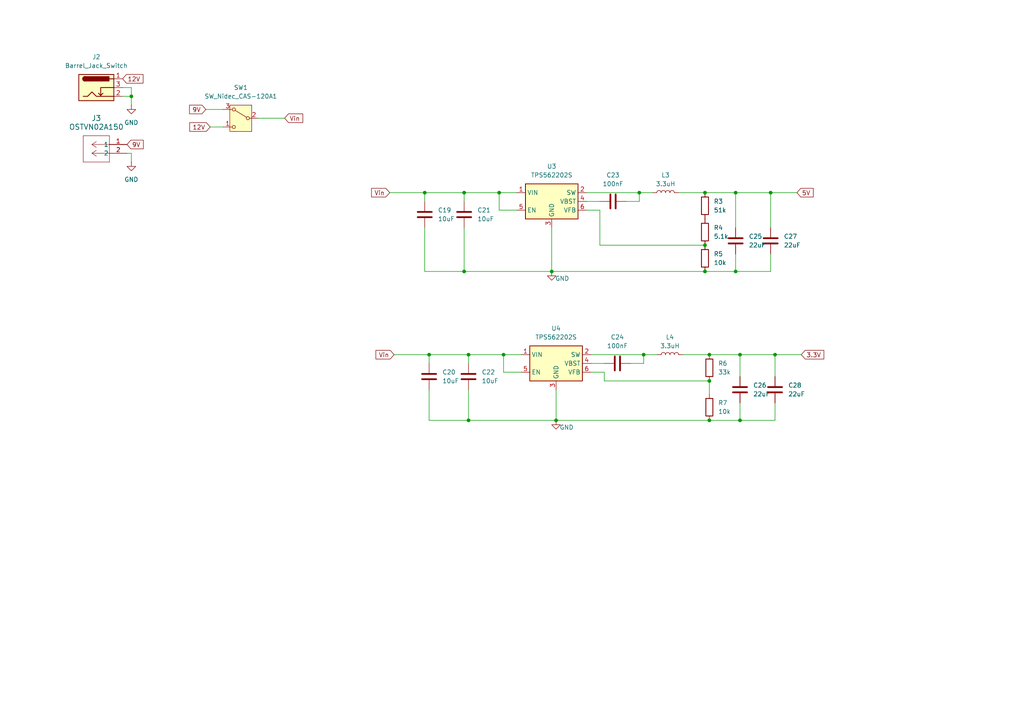
<source format=kicad_sch>
(kicad_sch
	(version 20231120)
	(generator "eeschema")
	(generator_version "8.0")
	(uuid "efbbd411-5747-4e75-b0c2-2f8333e8e1c9")
	(paper "A4")
	(lib_symbols
		(symbol "Connector:Barrel_Jack_Switch"
			(pin_names hide)
			(exclude_from_sim no)
			(in_bom yes)
			(on_board yes)
			(property "Reference" "J"
				(at 0 5.334 0)
				(effects
					(font
						(size 1.27 1.27)
					)
				)
			)
			(property "Value" "Barrel_Jack_Switch"
				(at 0 -5.08 0)
				(effects
					(font
						(size 1.27 1.27)
					)
				)
			)
			(property "Footprint" ""
				(at 1.27 -1.016 0)
				(effects
					(font
						(size 1.27 1.27)
					)
					(hide yes)
				)
			)
			(property "Datasheet" "~"
				(at 1.27 -1.016 0)
				(effects
					(font
						(size 1.27 1.27)
					)
					(hide yes)
				)
			)
			(property "Description" "DC Barrel Jack with an internal switch"
				(at 0 0 0)
				(effects
					(font
						(size 1.27 1.27)
					)
					(hide yes)
				)
			)
			(property "ki_keywords" "DC power barrel jack connector"
				(at 0 0 0)
				(effects
					(font
						(size 1.27 1.27)
					)
					(hide yes)
				)
			)
			(property "ki_fp_filters" "BarrelJack*"
				(at 0 0 0)
				(effects
					(font
						(size 1.27 1.27)
					)
					(hide yes)
				)
			)
			(symbol "Barrel_Jack_Switch_0_1"
				(rectangle
					(start -5.08 3.81)
					(end 5.08 -3.81)
					(stroke
						(width 0.254)
						(type default)
					)
					(fill
						(type background)
					)
				)
				(arc
					(start -3.302 3.175)
					(mid -3.9343 2.54)
					(end -3.302 1.905)
					(stroke
						(width 0.254)
						(type default)
					)
					(fill
						(type none)
					)
				)
				(arc
					(start -3.302 3.175)
					(mid -3.9343 2.54)
					(end -3.302 1.905)
					(stroke
						(width 0.254)
						(type default)
					)
					(fill
						(type outline)
					)
				)
				(polyline
					(pts
						(xy 1.27 -2.286) (xy 1.905 -1.651)
					)
					(stroke
						(width 0.254)
						(type default)
					)
					(fill
						(type none)
					)
				)
				(polyline
					(pts
						(xy 5.08 2.54) (xy 3.81 2.54)
					)
					(stroke
						(width 0.254)
						(type default)
					)
					(fill
						(type none)
					)
				)
				(polyline
					(pts
						(xy 5.08 0) (xy 1.27 0) (xy 1.27 -2.286) (xy 0.635 -1.651)
					)
					(stroke
						(width 0.254)
						(type default)
					)
					(fill
						(type none)
					)
				)
				(polyline
					(pts
						(xy -3.81 -2.54) (xy -2.54 -2.54) (xy -1.27 -1.27) (xy 0 -2.54) (xy 2.54 -2.54) (xy 5.08 -2.54)
					)
					(stroke
						(width 0.254)
						(type default)
					)
					(fill
						(type none)
					)
				)
				(rectangle
					(start 3.683 3.175)
					(end -3.302 1.905)
					(stroke
						(width 0.254)
						(type default)
					)
					(fill
						(type outline)
					)
				)
			)
			(symbol "Barrel_Jack_Switch_1_1"
				(pin passive line
					(at 7.62 2.54 180)
					(length 2.54)
					(name "~"
						(effects
							(font
								(size 1.27 1.27)
							)
						)
					)
					(number "1"
						(effects
							(font
								(size 1.27 1.27)
							)
						)
					)
				)
				(pin passive line
					(at 7.62 -2.54 180)
					(length 2.54)
					(name "~"
						(effects
							(font
								(size 1.27 1.27)
							)
						)
					)
					(number "2"
						(effects
							(font
								(size 1.27 1.27)
							)
						)
					)
				)
				(pin passive line
					(at 7.62 0 180)
					(length 2.54)
					(name "~"
						(effects
							(font
								(size 1.27 1.27)
							)
						)
					)
					(number "3"
						(effects
							(font
								(size 1.27 1.27)
							)
						)
					)
				)
			)
		)
		(symbol "Device:C"
			(pin_numbers hide)
			(pin_names
				(offset 0.254)
			)
			(exclude_from_sim no)
			(in_bom yes)
			(on_board yes)
			(property "Reference" "C"
				(at 0.635 2.54 0)
				(effects
					(font
						(size 1.27 1.27)
					)
					(justify left)
				)
			)
			(property "Value" "C"
				(at 0.635 -2.54 0)
				(effects
					(font
						(size 1.27 1.27)
					)
					(justify left)
				)
			)
			(property "Footprint" ""
				(at 0.9652 -3.81 0)
				(effects
					(font
						(size 1.27 1.27)
					)
					(hide yes)
				)
			)
			(property "Datasheet" "~"
				(at 0 0 0)
				(effects
					(font
						(size 1.27 1.27)
					)
					(hide yes)
				)
			)
			(property "Description" "Unpolarized capacitor"
				(at 0 0 0)
				(effects
					(font
						(size 1.27 1.27)
					)
					(hide yes)
				)
			)
			(property "ki_keywords" "cap capacitor"
				(at 0 0 0)
				(effects
					(font
						(size 1.27 1.27)
					)
					(hide yes)
				)
			)
			(property "ki_fp_filters" "C_*"
				(at 0 0 0)
				(effects
					(font
						(size 1.27 1.27)
					)
					(hide yes)
				)
			)
			(symbol "C_0_1"
				(polyline
					(pts
						(xy -2.032 -0.762) (xy 2.032 -0.762)
					)
					(stroke
						(width 0.508)
						(type default)
					)
					(fill
						(type none)
					)
				)
				(polyline
					(pts
						(xy -2.032 0.762) (xy 2.032 0.762)
					)
					(stroke
						(width 0.508)
						(type default)
					)
					(fill
						(type none)
					)
				)
			)
			(symbol "C_1_1"
				(pin passive line
					(at 0 3.81 270)
					(length 2.794)
					(name "~"
						(effects
							(font
								(size 1.27 1.27)
							)
						)
					)
					(number "1"
						(effects
							(font
								(size 1.27 1.27)
							)
						)
					)
				)
				(pin passive line
					(at 0 -3.81 90)
					(length 2.794)
					(name "~"
						(effects
							(font
								(size 1.27 1.27)
							)
						)
					)
					(number "2"
						(effects
							(font
								(size 1.27 1.27)
							)
						)
					)
				)
			)
		)
		(symbol "Device:L"
			(pin_numbers hide)
			(pin_names
				(offset 1.016) hide)
			(exclude_from_sim no)
			(in_bom yes)
			(on_board yes)
			(property "Reference" "L"
				(at -1.27 0 90)
				(effects
					(font
						(size 1.27 1.27)
					)
				)
			)
			(property "Value" "L"
				(at 1.905 0 90)
				(effects
					(font
						(size 1.27 1.27)
					)
				)
			)
			(property "Footprint" ""
				(at 0 0 0)
				(effects
					(font
						(size 1.27 1.27)
					)
					(hide yes)
				)
			)
			(property "Datasheet" "~"
				(at 0 0 0)
				(effects
					(font
						(size 1.27 1.27)
					)
					(hide yes)
				)
			)
			(property "Description" "Inductor"
				(at 0 0 0)
				(effects
					(font
						(size 1.27 1.27)
					)
					(hide yes)
				)
			)
			(property "ki_keywords" "inductor choke coil reactor magnetic"
				(at 0 0 0)
				(effects
					(font
						(size 1.27 1.27)
					)
					(hide yes)
				)
			)
			(property "ki_fp_filters" "Choke_* *Coil* Inductor_* L_*"
				(at 0 0 0)
				(effects
					(font
						(size 1.27 1.27)
					)
					(hide yes)
				)
			)
			(symbol "L_0_1"
				(arc
					(start 0 -2.54)
					(mid 0.6323 -1.905)
					(end 0 -1.27)
					(stroke
						(width 0)
						(type default)
					)
					(fill
						(type none)
					)
				)
				(arc
					(start 0 -1.27)
					(mid 0.6323 -0.635)
					(end 0 0)
					(stroke
						(width 0)
						(type default)
					)
					(fill
						(type none)
					)
				)
				(arc
					(start 0 0)
					(mid 0.6323 0.635)
					(end 0 1.27)
					(stroke
						(width 0)
						(type default)
					)
					(fill
						(type none)
					)
				)
				(arc
					(start 0 1.27)
					(mid 0.6323 1.905)
					(end 0 2.54)
					(stroke
						(width 0)
						(type default)
					)
					(fill
						(type none)
					)
				)
			)
			(symbol "L_1_1"
				(pin passive line
					(at 0 3.81 270)
					(length 1.27)
					(name "1"
						(effects
							(font
								(size 1.27 1.27)
							)
						)
					)
					(number "1"
						(effects
							(font
								(size 1.27 1.27)
							)
						)
					)
				)
				(pin passive line
					(at 0 -3.81 90)
					(length 1.27)
					(name "2"
						(effects
							(font
								(size 1.27 1.27)
							)
						)
					)
					(number "2"
						(effects
							(font
								(size 1.27 1.27)
							)
						)
					)
				)
			)
		)
		(symbol "Device:R"
			(pin_numbers hide)
			(pin_names
				(offset 0)
			)
			(exclude_from_sim no)
			(in_bom yes)
			(on_board yes)
			(property "Reference" "R"
				(at 2.032 0 90)
				(effects
					(font
						(size 1.27 1.27)
					)
				)
			)
			(property "Value" "R"
				(at 0 0 90)
				(effects
					(font
						(size 1.27 1.27)
					)
				)
			)
			(property "Footprint" ""
				(at -1.778 0 90)
				(effects
					(font
						(size 1.27 1.27)
					)
					(hide yes)
				)
			)
			(property "Datasheet" "~"
				(at 0 0 0)
				(effects
					(font
						(size 1.27 1.27)
					)
					(hide yes)
				)
			)
			(property "Description" "Resistor"
				(at 0 0 0)
				(effects
					(font
						(size 1.27 1.27)
					)
					(hide yes)
				)
			)
			(property "ki_keywords" "R res resistor"
				(at 0 0 0)
				(effects
					(font
						(size 1.27 1.27)
					)
					(hide yes)
				)
			)
			(property "ki_fp_filters" "R_*"
				(at 0 0 0)
				(effects
					(font
						(size 1.27 1.27)
					)
					(hide yes)
				)
			)
			(symbol "R_0_1"
				(rectangle
					(start -1.016 -2.54)
					(end 1.016 2.54)
					(stroke
						(width 0.254)
						(type default)
					)
					(fill
						(type none)
					)
				)
			)
			(symbol "R_1_1"
				(pin passive line
					(at 0 3.81 270)
					(length 1.27)
					(name "~"
						(effects
							(font
								(size 1.27 1.27)
							)
						)
					)
					(number "1"
						(effects
							(font
								(size 1.27 1.27)
							)
						)
					)
				)
				(pin passive line
					(at 0 -3.81 90)
					(length 1.27)
					(name "~"
						(effects
							(font
								(size 1.27 1.27)
							)
						)
					)
					(number "2"
						(effects
							(font
								(size 1.27 1.27)
							)
						)
					)
				)
			)
		)
		(symbol "Regulator_Switching:TPS562202S"
			(exclude_from_sim no)
			(in_bom yes)
			(on_board yes)
			(property "Reference" "U"
				(at -7.62 6.35 0)
				(effects
					(font
						(size 1.27 1.27)
					)
					(justify left)
				)
			)
			(property "Value" "TPS562202S"
				(at -2.54 6.35 0)
				(effects
					(font
						(size 1.27 1.27)
					)
					(justify left)
				)
			)
			(property "Footprint" "Package_TO_SOT_SMD:SOT-563"
				(at 1.27 -6.35 0)
				(effects
					(font
						(size 1.27 1.27)
					)
					(justify left)
					(hide yes)
				)
			)
			(property "Datasheet" "https://www.ti.com/lit/ds/symlink/tps562202s.pdf"
				(at 0 0 0)
				(effects
					(font
						(size 1.27 1.27)
					)
					(hide yes)
				)
			)
			(property "Description" "2A Synchronous Step-Down Voltage Regulator 580kHz, Adjustable Output Voltage, 4.5-17V Input Voltage, 0.804V-7V Output Voltage, SOT-563"
				(at 0 0 0)
				(effects
					(font
						(size 1.27 1.27)
					)
					(hide yes)
				)
			)
			(property "ki_keywords" "step-down dcdc buck"
				(at 0 0 0)
				(effects
					(font
						(size 1.27 1.27)
					)
					(hide yes)
				)
			)
			(property "ki_fp_filters" "SOT?563*"
				(at 0 0 0)
				(effects
					(font
						(size 1.27 1.27)
					)
					(hide yes)
				)
			)
			(symbol "TPS562202S_0_1"
				(rectangle
					(start -7.62 5.08)
					(end 7.62 -5.08)
					(stroke
						(width 0.254)
						(type default)
					)
					(fill
						(type background)
					)
				)
			)
			(symbol "TPS562202S_1_1"
				(pin power_in line
					(at -10.16 2.54 0)
					(length 2.54)
					(name "VIN"
						(effects
							(font
								(size 1.27 1.27)
							)
						)
					)
					(number "1"
						(effects
							(font
								(size 1.27 1.27)
							)
						)
					)
				)
				(pin output line
					(at 10.16 2.54 180)
					(length 2.54)
					(name "SW"
						(effects
							(font
								(size 1.27 1.27)
							)
						)
					)
					(number "2"
						(effects
							(font
								(size 1.27 1.27)
							)
						)
					)
				)
				(pin power_in line
					(at 0 -7.62 90)
					(length 2.54)
					(name "GND"
						(effects
							(font
								(size 1.27 1.27)
							)
						)
					)
					(number "3"
						(effects
							(font
								(size 1.27 1.27)
							)
						)
					)
				)
				(pin passive line
					(at 10.16 0 180)
					(length 2.54)
					(name "VBST"
						(effects
							(font
								(size 1.27 1.27)
							)
						)
					)
					(number "4"
						(effects
							(font
								(size 1.27 1.27)
							)
						)
					)
				)
				(pin input line
					(at -10.16 -2.54 0)
					(length 2.54)
					(name "EN"
						(effects
							(font
								(size 1.27 1.27)
							)
						)
					)
					(number "5"
						(effects
							(font
								(size 1.27 1.27)
							)
						)
					)
				)
				(pin input line
					(at 10.16 -2.54 180)
					(length 2.54)
					(name "VFB"
						(effects
							(font
								(size 1.27 1.27)
							)
						)
					)
					(number "6"
						(effects
							(font
								(size 1.27 1.27)
							)
						)
					)
				)
			)
		)
		(symbol "Switch:SW_Nidec_CAS-120A1"
			(pin_names
				(offset 1) hide)
			(exclude_from_sim no)
			(in_bom yes)
			(on_board yes)
			(property "Reference" "SW"
				(at 0 4.318 0)
				(effects
					(font
						(size 1.27 1.27)
					)
				)
			)
			(property "Value" "SW_Nidec_CAS-120A1"
				(at 0 -5.08 0)
				(effects
					(font
						(size 1.27 1.27)
					)
				)
			)
			(property "Footprint" "Button_Switch_SMD:Nidec_Copal_CAS-120A"
				(at 0 -10.16 0)
				(effects
					(font
						(size 1.27 1.27)
					)
					(hide yes)
				)
			)
			(property "Datasheet" "https://www.nidec-components.com/e/catalog/switch/cas.pdf"
				(at 0 -7.62 0)
				(effects
					(font
						(size 1.27 1.27)
					)
					(hide yes)
				)
			)
			(property "Description" "Switch, single pole double throw"
				(at 0 0 0)
				(effects
					(font
						(size 1.27 1.27)
					)
					(hide yes)
				)
			)
			(property "ki_keywords" "switch single-pole double-throw spdt ON-ON"
				(at 0 0 0)
				(effects
					(font
						(size 1.27 1.27)
					)
					(hide yes)
				)
			)
			(property "ki_fp_filters" "*Nidec?Copal?CAS?120A*"
				(at 0 0 0)
				(effects
					(font
						(size 1.27 1.27)
					)
					(hide yes)
				)
			)
			(symbol "SW_Nidec_CAS-120A1_0_1"
				(circle
					(center -2.032 0)
					(radius 0.4572)
					(stroke
						(width 0)
						(type default)
					)
					(fill
						(type none)
					)
				)
				(polyline
					(pts
						(xy -1.651 0.254) (xy 1.651 2.286)
					)
					(stroke
						(width 0)
						(type default)
					)
					(fill
						(type none)
					)
				)
				(circle
					(center 2.032 -2.54)
					(radius 0.4572)
					(stroke
						(width 0)
						(type default)
					)
					(fill
						(type none)
					)
				)
				(circle
					(center 2.032 2.54)
					(radius 0.4572)
					(stroke
						(width 0)
						(type default)
					)
					(fill
						(type none)
					)
				)
			)
			(symbol "SW_Nidec_CAS-120A1_1_1"
				(rectangle
					(start -3.175 3.81)
					(end 3.175 -3.81)
					(stroke
						(width 0)
						(type default)
					)
					(fill
						(type background)
					)
				)
				(pin passive line
					(at 5.08 -2.54 180)
					(length 2.54)
					(name "C"
						(effects
							(font
								(size 1.27 1.27)
							)
						)
					)
					(number "1"
						(effects
							(font
								(size 1.27 1.27)
							)
						)
					)
				)
				(pin passive line
					(at -5.08 0 0)
					(length 2.54)
					(name "B"
						(effects
							(font
								(size 1.27 1.27)
							)
						)
					)
					(number "2"
						(effects
							(font
								(size 1.27 1.27)
							)
						)
					)
				)
				(pin passive line
					(at 5.08 2.54 180)
					(length 2.54)
					(name "A"
						(effects
							(font
								(size 1.27 1.27)
							)
						)
					)
					(number "3"
						(effects
							(font
								(size 1.27 1.27)
							)
						)
					)
				)
			)
		)
		(symbol "power:GND"
			(power)
			(pin_numbers hide)
			(pin_names
				(offset 0) hide)
			(exclude_from_sim no)
			(in_bom yes)
			(on_board yes)
			(property "Reference" "#PWR"
				(at 0 -6.35 0)
				(effects
					(font
						(size 1.27 1.27)
					)
					(hide yes)
				)
			)
			(property "Value" "GND"
				(at 0 -3.81 0)
				(effects
					(font
						(size 1.27 1.27)
					)
				)
			)
			(property "Footprint" ""
				(at 0 0 0)
				(effects
					(font
						(size 1.27 1.27)
					)
					(hide yes)
				)
			)
			(property "Datasheet" ""
				(at 0 0 0)
				(effects
					(font
						(size 1.27 1.27)
					)
					(hide yes)
				)
			)
			(property "Description" "Power symbol creates a global label with name \"GND\" , ground"
				(at 0 0 0)
				(effects
					(font
						(size 1.27 1.27)
					)
					(hide yes)
				)
			)
			(property "ki_keywords" "global power"
				(at 0 0 0)
				(effects
					(font
						(size 1.27 1.27)
					)
					(hide yes)
				)
			)
			(symbol "GND_0_1"
				(polyline
					(pts
						(xy 0 0) (xy 0 -1.27) (xy 1.27 -1.27) (xy 0 -2.54) (xy -1.27 -1.27) (xy 0 -1.27)
					)
					(stroke
						(width 0)
						(type default)
					)
					(fill
						(type none)
					)
				)
			)
			(symbol "GND_1_1"
				(pin power_in line
					(at 0 0 270)
					(length 0)
					(name "~"
						(effects
							(font
								(size 1.27 1.27)
							)
						)
					)
					(number "1"
						(effects
							(font
								(size 1.27 1.27)
							)
						)
					)
				)
			)
		)
		(symbol "two pin conn:OSTVN02A150"
			(pin_names
				(offset 0.254)
			)
			(exclude_from_sim no)
			(in_bom yes)
			(on_board yes)
			(property "Reference" "J"
				(at 8.89 6.35 0)
				(effects
					(font
						(size 1.524 1.524)
					)
				)
			)
			(property "Value" "OSTVN02A150"
				(at 0 0 0)
				(effects
					(font
						(size 1.524 1.524)
					)
				)
			)
			(property "Footprint" "CONN_OSTVN02A150_OST"
				(at 0 0 0)
				(effects
					(font
						(size 1.27 1.27)
						(italic yes)
					)
					(hide yes)
				)
			)
			(property "Datasheet" "OSTVN02A150"
				(at 0 0 0)
				(effects
					(font
						(size 1.27 1.27)
						(italic yes)
					)
					(hide yes)
				)
			)
			(property "Description" ""
				(at 0 0 0)
				(effects
					(font
						(size 1.27 1.27)
					)
					(hide yes)
				)
			)
			(property "ki_locked" ""
				(at 0 0 0)
				(effects
					(font
						(size 1.27 1.27)
					)
				)
			)
			(property "ki_keywords" "OSTVN02A150"
				(at 0 0 0)
				(effects
					(font
						(size 1.27 1.27)
					)
					(hide yes)
				)
			)
			(property "ki_fp_filters" "CONN_OSTVN02A150_OST"
				(at 0 0 0)
				(effects
					(font
						(size 1.27 1.27)
					)
					(hide yes)
				)
			)
			(symbol "OSTVN02A150_1_1"
				(polyline
					(pts
						(xy 5.08 -5.08) (xy 12.7 -5.08)
					)
					(stroke
						(width 0.127)
						(type default)
					)
					(fill
						(type none)
					)
				)
				(polyline
					(pts
						(xy 5.08 2.54) (xy 5.08 -5.08)
					)
					(stroke
						(width 0.127)
						(type default)
					)
					(fill
						(type none)
					)
				)
				(polyline
					(pts
						(xy 10.16 -2.54) (xy 5.08 -2.54)
					)
					(stroke
						(width 0.127)
						(type default)
					)
					(fill
						(type none)
					)
				)
				(polyline
					(pts
						(xy 10.16 -2.54) (xy 8.89 -3.3867)
					)
					(stroke
						(width 0.127)
						(type default)
					)
					(fill
						(type none)
					)
				)
				(polyline
					(pts
						(xy 10.16 -2.54) (xy 8.89 -1.6933)
					)
					(stroke
						(width 0.127)
						(type default)
					)
					(fill
						(type none)
					)
				)
				(polyline
					(pts
						(xy 10.16 0) (xy 5.08 0)
					)
					(stroke
						(width 0.127)
						(type default)
					)
					(fill
						(type none)
					)
				)
				(polyline
					(pts
						(xy 10.16 0) (xy 8.89 -0.8467)
					)
					(stroke
						(width 0.127)
						(type default)
					)
					(fill
						(type none)
					)
				)
				(polyline
					(pts
						(xy 10.16 0) (xy 8.89 0.8467)
					)
					(stroke
						(width 0.127)
						(type default)
					)
					(fill
						(type none)
					)
				)
				(polyline
					(pts
						(xy 12.7 -5.08) (xy 12.7 2.54)
					)
					(stroke
						(width 0.127)
						(type default)
					)
					(fill
						(type none)
					)
				)
				(polyline
					(pts
						(xy 12.7 2.54) (xy 5.08 2.54)
					)
					(stroke
						(width 0.127)
						(type default)
					)
					(fill
						(type none)
					)
				)
				(pin unspecified line
					(at 0 0 0)
					(length 5.08)
					(name "1"
						(effects
							(font
								(size 1.27 1.27)
							)
						)
					)
					(number "1"
						(effects
							(font
								(size 1.27 1.27)
							)
						)
					)
				)
				(pin unspecified line
					(at 0 -2.54 0)
					(length 5.08)
					(name "2"
						(effects
							(font
								(size 1.27 1.27)
							)
						)
					)
					(number "2"
						(effects
							(font
								(size 1.27 1.27)
							)
						)
					)
				)
			)
			(symbol "OSTVN02A150_1_2"
				(polyline
					(pts
						(xy 5.08 -5.08) (xy 12.7 -5.08)
					)
					(stroke
						(width 0.127)
						(type default)
					)
					(fill
						(type none)
					)
				)
				(polyline
					(pts
						(xy 5.08 2.54) (xy 5.08 -5.08)
					)
					(stroke
						(width 0.127)
						(type default)
					)
					(fill
						(type none)
					)
				)
				(polyline
					(pts
						(xy 7.62 -2.54) (xy 5.08 -2.54)
					)
					(stroke
						(width 0.127)
						(type default)
					)
					(fill
						(type none)
					)
				)
				(polyline
					(pts
						(xy 7.62 -2.54) (xy 8.89 -3.3867)
					)
					(stroke
						(width 0.127)
						(type default)
					)
					(fill
						(type none)
					)
				)
				(polyline
					(pts
						(xy 7.62 -2.54) (xy 8.89 -1.6933)
					)
					(stroke
						(width 0.127)
						(type default)
					)
					(fill
						(type none)
					)
				)
				(polyline
					(pts
						(xy 7.62 0) (xy 5.08 0)
					)
					(stroke
						(width 0.127)
						(type default)
					)
					(fill
						(type none)
					)
				)
				(polyline
					(pts
						(xy 7.62 0) (xy 8.89 -0.8467)
					)
					(stroke
						(width 0.127)
						(type default)
					)
					(fill
						(type none)
					)
				)
				(polyline
					(pts
						(xy 7.62 0) (xy 8.89 0.8467)
					)
					(stroke
						(width 0.127)
						(type default)
					)
					(fill
						(type none)
					)
				)
				(polyline
					(pts
						(xy 12.7 -5.08) (xy 12.7 2.54)
					)
					(stroke
						(width 0.127)
						(type default)
					)
					(fill
						(type none)
					)
				)
				(polyline
					(pts
						(xy 12.7 2.54) (xy 5.08 2.54)
					)
					(stroke
						(width 0.127)
						(type default)
					)
					(fill
						(type none)
					)
				)
				(pin unspecified line
					(at 0 0 0)
					(length 5.08)
					(name "1"
						(effects
							(font
								(size 1.27 1.27)
							)
						)
					)
					(number "1"
						(effects
							(font
								(size 1.27 1.27)
							)
						)
					)
				)
				(pin unspecified line
					(at 0 -2.54 0)
					(length 5.08)
					(name "2"
						(effects
							(font
								(size 1.27 1.27)
							)
						)
					)
					(number "2"
						(effects
							(font
								(size 1.27 1.27)
							)
						)
					)
				)
			)
		)
	)
	(junction
		(at 214.63 102.87)
		(diameter 0)
		(color 0 0 0 0)
		(uuid "05d309af-24a2-4b5e-860f-df1bc3fe3834")
	)
	(junction
		(at 144.78 55.88)
		(diameter 0)
		(color 0 0 0 0)
		(uuid "0b3437b5-0be3-4ede-a329-6eb957538891")
	)
	(junction
		(at 213.36 55.88)
		(diameter 0)
		(color 0 0 0 0)
		(uuid "19bd5f59-5f21-424d-84b4-76e5f23ef278")
	)
	(junction
		(at 214.63 121.92)
		(diameter 0)
		(color 0 0 0 0)
		(uuid "23468877-d534-4576-98ee-95e0708a2514")
	)
	(junction
		(at 135.89 121.92)
		(diameter 0)
		(color 0 0 0 0)
		(uuid "29efa860-57b6-41f8-a107-150f3ff4aa2f")
	)
	(junction
		(at 204.47 78.74)
		(diameter 0)
		(color 0 0 0 0)
		(uuid "2df18329-51f6-46a6-b6b7-33161255a9b8")
	)
	(junction
		(at 135.89 102.87)
		(diameter 0)
		(color 0 0 0 0)
		(uuid "3baeb49f-0966-4697-920f-f374d5540167")
	)
	(junction
		(at 123.19 55.88)
		(diameter 0)
		(color 0 0 0 0)
		(uuid "4056f8ae-3b59-4573-8f06-cbf670c9ebf4")
	)
	(junction
		(at 204.47 71.12)
		(diameter 0)
		(color 0 0 0 0)
		(uuid "4c76b27a-f963-4e47-bf89-be7f2e6919b6")
	)
	(junction
		(at 38.1 27.94)
		(diameter 0)
		(color 0 0 0 0)
		(uuid "4e63f451-4c7b-4061-953e-bb8b1973a4fd")
	)
	(junction
		(at 124.46 102.87)
		(diameter 0)
		(color 0 0 0 0)
		(uuid "5aa168df-36b7-443e-9516-ac68686f0216")
	)
	(junction
		(at 205.74 121.92)
		(diameter 0)
		(color 0 0 0 0)
		(uuid "643b488c-38a6-44e6-9df6-2cf971638c7b")
	)
	(junction
		(at 223.52 55.88)
		(diameter 0)
		(color 0 0 0 0)
		(uuid "7f9d2c65-8f23-4b0d-b7bb-5a74105f34e1")
	)
	(junction
		(at 134.62 78.74)
		(diameter 0)
		(color 0 0 0 0)
		(uuid "92f2e5f0-840e-4ef0-a820-e5cba95be847")
	)
	(junction
		(at 186.69 102.87)
		(diameter 0)
		(color 0 0 0 0)
		(uuid "980c4e4a-2e48-4a55-be3b-036b6cf5ec95")
	)
	(junction
		(at 146.05 102.87)
		(diameter 0)
		(color 0 0 0 0)
		(uuid "a02343f7-5a0c-4a0b-97ca-b2c8b75cb4eb")
	)
	(junction
		(at 224.79 102.87)
		(diameter 0)
		(color 0 0 0 0)
		(uuid "a7b8097b-bf85-4dc5-8084-e2e157d33e35")
	)
	(junction
		(at 160.02 78.74)
		(diameter 0)
		(color 0 0 0 0)
		(uuid "a83badcc-0e0b-4efb-ac93-eda361b5b67d")
	)
	(junction
		(at 205.74 102.87)
		(diameter 0)
		(color 0 0 0 0)
		(uuid "b84fd894-3b92-40c3-8125-94450daa2cde")
	)
	(junction
		(at 205.74 110.49)
		(diameter 0)
		(color 0 0 0 0)
		(uuid "c2e73b79-8da5-4a4f-b35f-a0dae2221e76")
	)
	(junction
		(at 185.42 55.88)
		(diameter 0)
		(color 0 0 0 0)
		(uuid "c6dbdfa8-d37e-4d37-b9b2-ab1a5b9e8d71")
	)
	(junction
		(at 134.62 55.88)
		(diameter 0)
		(color 0 0 0 0)
		(uuid "c764779b-b9c7-4cb6-b1b3-cdc4fadcb06f")
	)
	(junction
		(at 213.36 78.74)
		(diameter 0)
		(color 0 0 0 0)
		(uuid "decbffd7-ff72-4232-a6dc-771a88bea541")
	)
	(junction
		(at 204.47 55.88)
		(diameter 0)
		(color 0 0 0 0)
		(uuid "fc54f469-1b10-4977-a413-b424800f3d62")
	)
	(junction
		(at 161.29 121.92)
		(diameter 0)
		(color 0 0 0 0)
		(uuid "fed8c34a-afd1-4cdf-af7f-f8c13bc4a5e7")
	)
	(wire
		(pts
			(xy 135.89 102.87) (xy 146.05 102.87)
		)
		(stroke
			(width 0)
			(type default)
		)
		(uuid "02fa454d-ae36-4b57-beb0-b39504c337b0")
	)
	(wire
		(pts
			(xy 134.62 66.04) (xy 134.62 78.74)
		)
		(stroke
			(width 0)
			(type default)
		)
		(uuid "0405a6ba-0e71-49e0-971d-54fc32a2747e")
	)
	(wire
		(pts
			(xy 205.74 114.3) (xy 205.74 110.49)
		)
		(stroke
			(width 0)
			(type default)
		)
		(uuid "081e4278-1a61-46a2-bf5a-ba7e094ceb4e")
	)
	(wire
		(pts
			(xy 171.45 107.95) (xy 175.26 107.95)
		)
		(stroke
			(width 0)
			(type default)
		)
		(uuid "0f804d10-2c2d-4a21-b98e-c4cd8b090fca")
	)
	(wire
		(pts
			(xy 198.12 102.87) (xy 205.74 102.87)
		)
		(stroke
			(width 0)
			(type default)
		)
		(uuid "102c6c21-e512-43f5-b86e-bfe9ada00dcc")
	)
	(wire
		(pts
			(xy 38.1 44.45) (xy 38.1 46.99)
		)
		(stroke
			(width 0)
			(type default)
		)
		(uuid "134a47bd-a2b2-41f1-bfa4-956d2e18bfdb")
	)
	(wire
		(pts
			(xy 223.52 66.04) (xy 223.52 55.88)
		)
		(stroke
			(width 0)
			(type default)
		)
		(uuid "1da21f02-8773-4581-a1f7-c54049da6821")
	)
	(wire
		(pts
			(xy 175.26 107.95) (xy 175.26 110.49)
		)
		(stroke
			(width 0)
			(type default)
		)
		(uuid "1e6f7620-804b-4352-b998-0dbfc0751b7a")
	)
	(wire
		(pts
			(xy 160.02 66.04) (xy 160.02 78.74)
		)
		(stroke
			(width 0)
			(type default)
		)
		(uuid "20d26a14-34ed-4125-aa1a-f3e09db2669c")
	)
	(wire
		(pts
			(xy 171.45 105.41) (xy 175.26 105.41)
		)
		(stroke
			(width 0)
			(type default)
		)
		(uuid "211886fa-d605-49a6-b7e4-05174f2c0b16")
	)
	(wire
		(pts
			(xy 144.78 60.96) (xy 144.78 55.88)
		)
		(stroke
			(width 0)
			(type default)
		)
		(uuid "21f86a0a-fd80-4fb8-b8bc-7070d771a994")
	)
	(wire
		(pts
			(xy 36.83 44.45) (xy 38.1 44.45)
		)
		(stroke
			(width 0)
			(type default)
		)
		(uuid "22935b39-be19-4e99-9e72-72a916a070cf")
	)
	(wire
		(pts
			(xy 223.52 78.74) (xy 213.36 78.74)
		)
		(stroke
			(width 0)
			(type default)
		)
		(uuid "2575ed32-9dee-4c88-a3cc-d2b72370068d")
	)
	(wire
		(pts
			(xy 146.05 102.87) (xy 151.13 102.87)
		)
		(stroke
			(width 0)
			(type default)
		)
		(uuid "27b09496-ce31-4fe6-8b33-3f40aa8c15a3")
	)
	(wire
		(pts
			(xy 223.52 55.88) (xy 213.36 55.88)
		)
		(stroke
			(width 0)
			(type default)
		)
		(uuid "2b952e3b-c1f3-4008-b7f9-2b2555697258")
	)
	(wire
		(pts
			(xy 175.26 110.49) (xy 205.74 110.49)
		)
		(stroke
			(width 0)
			(type default)
		)
		(uuid "2f8f72f1-1b47-4e76-a338-2429541f844d")
	)
	(wire
		(pts
			(xy 134.62 55.88) (xy 144.78 55.88)
		)
		(stroke
			(width 0)
			(type default)
		)
		(uuid "3026f298-e62e-4fc1-87dd-57baba00bb12")
	)
	(wire
		(pts
			(xy 60.96 36.83) (xy 64.77 36.83)
		)
		(stroke
			(width 0)
			(type default)
		)
		(uuid "30765429-64d0-4271-bfa9-fa83e6ca9b67")
	)
	(wire
		(pts
			(xy 214.63 121.92) (xy 205.74 121.92)
		)
		(stroke
			(width 0)
			(type default)
		)
		(uuid "34904035-09e3-4d11-80d8-2b3d9e5ed162")
	)
	(wire
		(pts
			(xy 38.1 27.94) (xy 38.1 30.48)
		)
		(stroke
			(width 0)
			(type default)
		)
		(uuid "37b5d35e-0647-485e-a711-48f3a5937b2c")
	)
	(wire
		(pts
			(xy 135.89 105.41) (xy 135.89 102.87)
		)
		(stroke
			(width 0)
			(type default)
		)
		(uuid "3c6b950d-9b83-4a08-9649-e202635208c0")
	)
	(wire
		(pts
			(xy 214.63 102.87) (xy 205.74 102.87)
		)
		(stroke
			(width 0)
			(type default)
		)
		(uuid "3cdf7749-d5da-40c9-bc53-7805ec0443e6")
	)
	(wire
		(pts
			(xy 123.19 78.74) (xy 134.62 78.74)
		)
		(stroke
			(width 0)
			(type default)
		)
		(uuid "3dec7219-7246-4ac3-af8f-65a5789611b8")
	)
	(wire
		(pts
			(xy 224.79 109.22) (xy 224.79 102.87)
		)
		(stroke
			(width 0)
			(type default)
		)
		(uuid "3eebd1cf-38c3-498c-b6b4-e322edab5a75")
	)
	(wire
		(pts
			(xy 134.62 58.42) (xy 134.62 55.88)
		)
		(stroke
			(width 0)
			(type default)
		)
		(uuid "4646db99-d190-4fe7-8c2d-8d66d337bcf8")
	)
	(wire
		(pts
			(xy 196.85 55.88) (xy 204.47 55.88)
		)
		(stroke
			(width 0)
			(type default)
		)
		(uuid "491bd76e-5b76-48dc-b327-56d174f54e31")
	)
	(wire
		(pts
			(xy 144.78 55.88) (xy 149.86 55.88)
		)
		(stroke
			(width 0)
			(type default)
		)
		(uuid "4ace1724-f286-44c7-a6bf-79127da84d90")
	)
	(wire
		(pts
			(xy 146.05 107.95) (xy 146.05 102.87)
		)
		(stroke
			(width 0)
			(type default)
		)
		(uuid "4c0de28a-de85-4239-bab6-4c4be557b890")
	)
	(wire
		(pts
			(xy 149.86 60.96) (xy 144.78 60.96)
		)
		(stroke
			(width 0)
			(type default)
		)
		(uuid "594c4418-1b48-4585-8270-717d9680889a")
	)
	(wire
		(pts
			(xy 151.13 107.95) (xy 146.05 107.95)
		)
		(stroke
			(width 0)
			(type default)
		)
		(uuid "5950700d-6bb4-479f-942e-96ff599086bc")
	)
	(wire
		(pts
			(xy 35.56 27.94) (xy 38.1 27.94)
		)
		(stroke
			(width 0)
			(type default)
		)
		(uuid "5a33aaef-4a88-49fa-8556-6a7c46402e02")
	)
	(wire
		(pts
			(xy 124.46 102.87) (xy 135.89 102.87)
		)
		(stroke
			(width 0)
			(type default)
		)
		(uuid "5a5ebe68-fbd5-46da-a772-3b0a5801c94d")
	)
	(wire
		(pts
			(xy 135.89 121.92) (xy 161.29 121.92)
		)
		(stroke
			(width 0)
			(type default)
		)
		(uuid "5a80a336-200d-4494-9faa-a30e218c9d5b")
	)
	(wire
		(pts
			(xy 134.62 78.74) (xy 160.02 78.74)
		)
		(stroke
			(width 0)
			(type default)
		)
		(uuid "5b5fd582-0edc-45c4-8a04-00ef029e9fd9")
	)
	(wire
		(pts
			(xy 59.69 31.75) (xy 64.77 31.75)
		)
		(stroke
			(width 0)
			(type default)
		)
		(uuid "5fbdd07b-e89a-465b-a531-14a255ed6026")
	)
	(wire
		(pts
			(xy 214.63 116.84) (xy 214.63 121.92)
		)
		(stroke
			(width 0)
			(type default)
		)
		(uuid "62aed52f-88c5-4ce2-bcc9-d88ca578c1ff")
	)
	(wire
		(pts
			(xy 224.79 102.87) (xy 214.63 102.87)
		)
		(stroke
			(width 0)
			(type default)
		)
		(uuid "6ac3f3ec-4e3e-4719-8da9-d9e15d747035")
	)
	(wire
		(pts
			(xy 185.42 58.42) (xy 181.61 58.42)
		)
		(stroke
			(width 0)
			(type default)
		)
		(uuid "6f1839b6-8f93-4e7c-ae7b-430d3ea53765")
	)
	(wire
		(pts
			(xy 170.18 60.96) (xy 173.99 60.96)
		)
		(stroke
			(width 0)
			(type default)
		)
		(uuid "7259bc00-6a63-4259-9bff-dfa21b880c5f")
	)
	(wire
		(pts
			(xy 213.36 73.66) (xy 213.36 78.74)
		)
		(stroke
			(width 0)
			(type default)
		)
		(uuid "7ac4d1d1-6b36-49e4-a360-6eb2d8d044a9")
	)
	(wire
		(pts
			(xy 74.93 34.29) (xy 82.55 34.29)
		)
		(stroke
			(width 0)
			(type default)
		)
		(uuid "81f95938-2a1d-4198-8721-34a4ea6f1c56")
	)
	(wire
		(pts
			(xy 185.42 55.88) (xy 185.42 58.42)
		)
		(stroke
			(width 0)
			(type default)
		)
		(uuid "88507302-1e4d-46b8-9280-ea19494ccc30")
	)
	(wire
		(pts
			(xy 161.29 121.92) (xy 161.29 113.03)
		)
		(stroke
			(width 0)
			(type default)
		)
		(uuid "8fec5774-b0f0-4191-b277-3925bbd57999")
	)
	(wire
		(pts
			(xy 189.23 55.88) (xy 185.42 55.88)
		)
		(stroke
			(width 0)
			(type default)
		)
		(uuid "900e6b46-b183-4559-8fe1-2dfa8f1abda0")
	)
	(wire
		(pts
			(xy 170.18 55.88) (xy 185.42 55.88)
		)
		(stroke
			(width 0)
			(type default)
		)
		(uuid "9121445b-b231-4a9d-90e4-f5c554e87cbc")
	)
	(wire
		(pts
			(xy 186.69 102.87) (xy 186.69 105.41)
		)
		(stroke
			(width 0)
			(type default)
		)
		(uuid "96c29432-a84d-4306-be2c-b050f7a04164")
	)
	(wire
		(pts
			(xy 213.36 78.74) (xy 204.47 78.74)
		)
		(stroke
			(width 0)
			(type default)
		)
		(uuid "9c963590-5585-42f3-8d77-76c6ec0299e5")
	)
	(wire
		(pts
			(xy 205.74 121.92) (xy 161.29 121.92)
		)
		(stroke
			(width 0)
			(type default)
		)
		(uuid "9e17fd54-4a42-4055-bf45-adc9eee30906")
	)
	(wire
		(pts
			(xy 204.47 78.74) (xy 160.02 78.74)
		)
		(stroke
			(width 0)
			(type default)
		)
		(uuid "9e48686f-a528-47d5-8a32-2dfa6ef09dc6")
	)
	(wire
		(pts
			(xy 35.56 25.4) (xy 38.1 25.4)
		)
		(stroke
			(width 0)
			(type default)
		)
		(uuid "9ed071c3-e001-4462-b809-2ad6ffaf261b")
	)
	(wire
		(pts
			(xy 223.52 73.66) (xy 223.52 78.74)
		)
		(stroke
			(width 0)
			(type default)
		)
		(uuid "a1869ff3-cb05-4ae2-8dc6-11221afa3865")
	)
	(wire
		(pts
			(xy 232.41 102.87) (xy 224.79 102.87)
		)
		(stroke
			(width 0)
			(type default)
		)
		(uuid "a5e66192-797c-4f9a-a6d5-ab148f6b25e1")
	)
	(wire
		(pts
			(xy 124.46 121.92) (xy 135.89 121.92)
		)
		(stroke
			(width 0)
			(type default)
		)
		(uuid "a6828000-6df3-4eec-97d2-1cf59945764f")
	)
	(wire
		(pts
			(xy 224.79 116.84) (xy 224.79 121.92)
		)
		(stroke
			(width 0)
			(type default)
		)
		(uuid "a8a31c58-b7f1-4862-8c2a-b381f8b01145")
	)
	(wire
		(pts
			(xy 213.36 55.88) (xy 204.47 55.88)
		)
		(stroke
			(width 0)
			(type default)
		)
		(uuid "b26b3caf-825b-469b-8f3f-ae94e8103916")
	)
	(wire
		(pts
			(xy 171.45 102.87) (xy 186.69 102.87)
		)
		(stroke
			(width 0)
			(type default)
		)
		(uuid "b729a20d-45e4-4e99-bdbb-62ae3353dcb0")
	)
	(wire
		(pts
			(xy 123.19 66.04) (xy 123.19 78.74)
		)
		(stroke
			(width 0)
			(type default)
		)
		(uuid "b7d42fc6-7bd1-4d21-896f-261d8e52a917")
	)
	(wire
		(pts
			(xy 123.19 58.42) (xy 123.19 55.88)
		)
		(stroke
			(width 0)
			(type default)
		)
		(uuid "bee6164a-dad9-4527-91bf-f9f4998b3282")
	)
	(wire
		(pts
			(xy 190.5 102.87) (xy 186.69 102.87)
		)
		(stroke
			(width 0)
			(type default)
		)
		(uuid "c631855e-3f96-482b-8cb7-09b8696b6beb")
	)
	(wire
		(pts
			(xy 123.19 55.88) (xy 134.62 55.88)
		)
		(stroke
			(width 0)
			(type default)
		)
		(uuid "c6e060dd-10b1-4f13-9f76-e20facc31e2b")
	)
	(wire
		(pts
			(xy 224.79 121.92) (xy 214.63 121.92)
		)
		(stroke
			(width 0)
			(type default)
		)
		(uuid "caadc743-0f30-47f4-8b0e-1fbb9d193749")
	)
	(wire
		(pts
			(xy 38.1 25.4) (xy 38.1 27.94)
		)
		(stroke
			(width 0)
			(type default)
		)
		(uuid "cdc1e20c-8b37-41e4-83f9-606f614a6d14")
	)
	(wire
		(pts
			(xy 170.18 58.42) (xy 173.99 58.42)
		)
		(stroke
			(width 0)
			(type default)
		)
		(uuid "d4ce6a02-90bf-4d3e-9429-ddd6061687a4")
	)
	(wire
		(pts
			(xy 173.99 60.96) (xy 173.99 71.12)
		)
		(stroke
			(width 0)
			(type default)
		)
		(uuid "d57f2106-f899-4fa3-bb05-d9addf1fdd3b")
	)
	(wire
		(pts
			(xy 186.69 105.41) (xy 182.88 105.41)
		)
		(stroke
			(width 0)
			(type default)
		)
		(uuid "d5ef62f3-4354-4bdb-a8f5-cd2d537e9192")
	)
	(wire
		(pts
			(xy 231.14 55.88) (xy 223.52 55.88)
		)
		(stroke
			(width 0)
			(type default)
		)
		(uuid "e10c45c2-d25b-4585-a082-2d006eef2641")
	)
	(wire
		(pts
			(xy 214.63 109.22) (xy 214.63 102.87)
		)
		(stroke
			(width 0)
			(type default)
		)
		(uuid "e7d06efb-1a01-48b1-b062-91d9beafd467")
	)
	(wire
		(pts
			(xy 114.3 102.87) (xy 124.46 102.87)
		)
		(stroke
			(width 0)
			(type default)
		)
		(uuid "f33bdb41-37c9-45c2-9a63-853e90d985b2")
	)
	(wire
		(pts
			(xy 173.99 71.12) (xy 204.47 71.12)
		)
		(stroke
			(width 0)
			(type default)
		)
		(uuid "f356d156-eab8-4427-ba0f-b0af16ad4680")
	)
	(wire
		(pts
			(xy 213.36 66.04) (xy 213.36 55.88)
		)
		(stroke
			(width 0)
			(type default)
		)
		(uuid "f63a4646-5b16-480b-9246-291c964c3979")
	)
	(wire
		(pts
			(xy 135.89 113.03) (xy 135.89 121.92)
		)
		(stroke
			(width 0)
			(type default)
		)
		(uuid "f7af79c0-4d85-47be-a36f-bdd0a8042eed")
	)
	(wire
		(pts
			(xy 124.46 113.03) (xy 124.46 121.92)
		)
		(stroke
			(width 0)
			(type default)
		)
		(uuid "f9865f1d-3b0d-4336-af3b-a6d36269ac00")
	)
	(wire
		(pts
			(xy 113.03 55.88) (xy 123.19 55.88)
		)
		(stroke
			(width 0)
			(type default)
		)
		(uuid "faaaac06-e283-4d6f-9db3-868ef8ff665e")
	)
	(wire
		(pts
			(xy 124.46 105.41) (xy 124.46 102.87)
		)
		(stroke
			(width 0)
			(type default)
		)
		(uuid "ff6aa655-5796-40cc-a874-36abe3f24f45")
	)
	(global_label "Vin"
		(shape input)
		(at 113.03 55.88 180)
		(fields_autoplaced yes)
		(effects
			(font
				(size 1.27 1.27)
			)
			(justify right)
		)
		(uuid "04cf69d1-c5fc-4904-bdff-40fc711d507a")
		(property "Intersheetrefs" "${INTERSHEET_REFS}"
			(at 107.2024 55.88 0)
			(effects
				(font
					(size 1.27 1.27)
				)
				(justify right)
				(hide yes)
			)
		)
	)
	(global_label "9V"
		(shape input)
		(at 59.69 31.75 180)
		(fields_autoplaced yes)
		(effects
			(font
				(size 1.27 1.27)
			)
			(justify right)
		)
		(uuid "0a6591fa-7df6-4f75-8571-e2e9ccba5b28")
		(property "Intersheetrefs" "${INTERSHEET_REFS}"
			(at 54.4067 31.75 0)
			(effects
				(font
					(size 1.27 1.27)
				)
				(justify right)
				(hide yes)
			)
		)
	)
	(global_label "Vin"
		(shape input)
		(at 82.55 34.29 0)
		(fields_autoplaced yes)
		(effects
			(font
				(size 1.27 1.27)
			)
			(justify left)
		)
		(uuid "1ac4d9f0-7a1f-455a-916d-3a45b48e90a0")
		(property "Intersheetrefs" "${INTERSHEET_REFS}"
			(at 88.3776 34.29 0)
			(effects
				(font
					(size 1.27 1.27)
				)
				(justify left)
				(hide yes)
			)
		)
	)
	(global_label "3.3V"
		(shape input)
		(at 232.41 102.87 0)
		(fields_autoplaced yes)
		(effects
			(font
				(size 1.27 1.27)
			)
			(justify left)
		)
		(uuid "3ea2003b-a279-49ee-91dc-c9f4bcb134fb")
		(property "Intersheetrefs" "${INTERSHEET_REFS}"
			(at 239.5076 102.87 0)
			(effects
				(font
					(size 1.27 1.27)
				)
				(justify left)
				(hide yes)
			)
		)
	)
	(global_label "Vin"
		(shape input)
		(at 114.3 102.87 180)
		(fields_autoplaced yes)
		(effects
			(font
				(size 1.27 1.27)
			)
			(justify right)
		)
		(uuid "61d30a70-2297-4766-9878-a40570fa0c0f")
		(property "Intersheetrefs" "${INTERSHEET_REFS}"
			(at 108.4724 102.87 0)
			(effects
				(font
					(size 1.27 1.27)
				)
				(justify right)
				(hide yes)
			)
		)
	)
	(global_label "9V"
		(shape input)
		(at 36.83 41.91 0)
		(fields_autoplaced yes)
		(effects
			(font
				(size 1.27 1.27)
			)
			(justify left)
		)
		(uuid "8b34f367-8fae-4bb7-9c0c-b5a0af5937f5")
		(property "Intersheetrefs" "${INTERSHEET_REFS}"
			(at 42.1133 41.91 0)
			(effects
				(font
					(size 1.27 1.27)
				)
				(justify left)
				(hide yes)
			)
		)
	)
	(global_label "5V"
		(shape input)
		(at 231.14 55.88 0)
		(fields_autoplaced yes)
		(effects
			(font
				(size 1.27 1.27)
			)
			(justify left)
		)
		(uuid "9412e918-1dfe-403e-b6be-e41d6dbd43c2")
		(property "Intersheetrefs" "${INTERSHEET_REFS}"
			(at 236.4233 55.88 0)
			(effects
				(font
					(size 1.27 1.27)
				)
				(justify left)
				(hide yes)
			)
		)
	)
	(global_label "12V"
		(shape input)
		(at 35.56 22.86 0)
		(fields_autoplaced yes)
		(effects
			(font
				(size 1.27 1.27)
			)
			(justify left)
		)
		(uuid "c8d75dbd-d90e-4948-9759-b8d7406817d4")
		(property "Intersheetrefs" "${INTERSHEET_REFS}"
			(at 42.0528 22.86 0)
			(effects
				(font
					(size 1.27 1.27)
				)
				(justify left)
				(hide yes)
			)
		)
	)
	(global_label "12V"
		(shape input)
		(at 60.96 36.83 180)
		(fields_autoplaced yes)
		(effects
			(font
				(size 1.27 1.27)
			)
			(justify right)
		)
		(uuid "f0e0b8d1-ceb2-4493-afd5-a2f0d92db26b")
		(property "Intersheetrefs" "${INTERSHEET_REFS}"
			(at 54.4672 36.83 0)
			(effects
				(font
					(size 1.27 1.27)
				)
				(justify right)
				(hide yes)
			)
		)
	)
	(symbol
		(lib_id "Device:C")
		(at 135.89 109.22 0)
		(unit 1)
		(exclude_from_sim no)
		(in_bom yes)
		(on_board yes)
		(dnp no)
		(fields_autoplaced yes)
		(uuid "1161eb27-a2ee-4e61-a0b9-e11adfde9b58")
		(property "Reference" "C22"
			(at 139.7 107.9499 0)
			(effects
				(font
					(size 1.27 1.27)
				)
				(justify left)
			)
		)
		(property "Value" "10uF"
			(at 139.7 110.4899 0)
			(effects
				(font
					(size 1.27 1.27)
				)
				(justify left)
			)
		)
		(property "Footprint" "Capacitor_SMD:C_0805_2012Metric_Pad1.18x1.45mm_HandSolder"
			(at 136.8552 113.03 0)
			(effects
				(font
					(size 1.27 1.27)
				)
				(hide yes)
			)
		)
		(property "Datasheet" "~"
			(at 135.89 109.22 0)
			(effects
				(font
					(size 1.27 1.27)
				)
				(hide yes)
			)
		)
		(property "Description" "Unpolarized capacitor"
			(at 135.89 109.22 0)
			(effects
				(font
					(size 1.27 1.27)
				)
				(hide yes)
			)
		)
		(pin "2"
			(uuid "f1d5ef3d-1018-49e9-9685-e535f342b5fa")
		)
		(pin "1"
			(uuid "d679bf30-309e-4a1a-b0aa-e031e1e404f0")
		)
		(instances
			(project "Project2"
				(path "/e8eb11e1-6cec-414d-9150-5cfb3d1c103e/5514041e-e265-4cf8-ab83-21689ce61dd9"
					(reference "C22")
					(unit 1)
				)
			)
		)
	)
	(symbol
		(lib_id "Device:L")
		(at 194.31 102.87 90)
		(unit 1)
		(exclude_from_sim no)
		(in_bom yes)
		(on_board yes)
		(dnp no)
		(fields_autoplaced yes)
		(uuid "12444ba5-0974-4b46-8ce8-24add5eb9c5b")
		(property "Reference" "L4"
			(at 194.31 97.79 90)
			(effects
				(font
					(size 1.27 1.27)
				)
			)
		)
		(property "Value" "3.3uH"
			(at 194.31 100.33 90)
			(effects
				(font
					(size 1.27 1.27)
				)
			)
		)
		(property "Footprint" "Inductor_SMD:L_1008_2520Metric_Pad1.43x2.20mm_HandSolder"
			(at 194.31 102.87 0)
			(effects
				(font
					(size 1.27 1.27)
				)
				(hide yes)
			)
		)
		(property "Datasheet" "~"
			(at 194.31 102.87 0)
			(effects
				(font
					(size 1.27 1.27)
				)
				(hide yes)
			)
		)
		(property "Description" "Inductor"
			(at 194.31 102.87 0)
			(effects
				(font
					(size 1.27 1.27)
				)
				(hide yes)
			)
		)
		(pin "2"
			(uuid "23ed9d09-9a6a-40de-94f7-c03176ccfbce")
		)
		(pin "1"
			(uuid "a7a29aef-a514-4f15-860c-390ad8816707")
		)
		(instances
			(project "Project2"
				(path "/e8eb11e1-6cec-414d-9150-5cfb3d1c103e/5514041e-e265-4cf8-ab83-21689ce61dd9"
					(reference "L4")
					(unit 1)
				)
			)
		)
	)
	(symbol
		(lib_id "power:GND")
		(at 160.02 78.74 0)
		(unit 1)
		(exclude_from_sim no)
		(in_bom yes)
		(on_board yes)
		(dnp no)
		(uuid "1af4f925-9fc7-4476-96e5-6584e2324436")
		(property "Reference" "#PWR017"
			(at 160.02 85.09 0)
			(effects
				(font
					(size 1.27 1.27)
				)
				(hide yes)
			)
		)
		(property "Value" "GND"
			(at 163.068 80.772 0)
			(effects
				(font
					(size 1.27 1.27)
				)
			)
		)
		(property "Footprint" ""
			(at 160.02 78.74 0)
			(effects
				(font
					(size 1.27 1.27)
				)
				(hide yes)
			)
		)
		(property "Datasheet" ""
			(at 160.02 78.74 0)
			(effects
				(font
					(size 1.27 1.27)
				)
				(hide yes)
			)
		)
		(property "Description" "Power symbol creates a global label with name \"GND\" , ground"
			(at 160.02 78.74 0)
			(effects
				(font
					(size 1.27 1.27)
				)
				(hide yes)
			)
		)
		(pin "1"
			(uuid "bcd6ddda-2271-465a-abb6-c2d989d6b08d")
		)
		(instances
			(project "Project2"
				(path "/e8eb11e1-6cec-414d-9150-5cfb3d1c103e/5514041e-e265-4cf8-ab83-21689ce61dd9"
					(reference "#PWR017")
					(unit 1)
				)
			)
		)
	)
	(symbol
		(lib_id "Device:R")
		(at 205.74 106.68 0)
		(unit 1)
		(exclude_from_sim no)
		(in_bom yes)
		(on_board yes)
		(dnp no)
		(fields_autoplaced yes)
		(uuid "1f39d695-6ed3-4639-af2f-d719534d2fdb")
		(property "Reference" "R6"
			(at 208.28 105.4099 0)
			(effects
				(font
					(size 1.27 1.27)
				)
				(justify left)
			)
		)
		(property "Value" "33k"
			(at 208.28 107.9499 0)
			(effects
				(font
					(size 1.27 1.27)
				)
				(justify left)
			)
		)
		(property "Footprint" "Resistor_SMD:R_0805_2012Metric_Pad1.20x1.40mm_HandSolder"
			(at 203.962 106.68 90)
			(effects
				(font
					(size 1.27 1.27)
				)
				(hide yes)
			)
		)
		(property "Datasheet" "~"
			(at 205.74 106.68 0)
			(effects
				(font
					(size 1.27 1.27)
				)
				(hide yes)
			)
		)
		(property "Description" "Resistor"
			(at 205.74 106.68 0)
			(effects
				(font
					(size 1.27 1.27)
				)
				(hide yes)
			)
		)
		(pin "2"
			(uuid "f5b39d4c-1466-4f7b-b430-a50f0f05b71a")
		)
		(pin "1"
			(uuid "b5c021dc-1dca-487c-afa6-905e80873636")
		)
		(instances
			(project "Project2"
				(path "/e8eb11e1-6cec-414d-9150-5cfb3d1c103e/5514041e-e265-4cf8-ab83-21689ce61dd9"
					(reference "R6")
					(unit 1)
				)
			)
		)
	)
	(symbol
		(lib_id "Device:C")
		(at 124.46 109.22 0)
		(unit 1)
		(exclude_from_sim no)
		(in_bom yes)
		(on_board yes)
		(dnp no)
		(fields_autoplaced yes)
		(uuid "272df983-c1f1-4ddf-ad15-82cd58ca99cb")
		(property "Reference" "C20"
			(at 128.27 107.9499 0)
			(effects
				(font
					(size 1.27 1.27)
				)
				(justify left)
			)
		)
		(property "Value" "10uF"
			(at 128.27 110.4899 0)
			(effects
				(font
					(size 1.27 1.27)
				)
				(justify left)
			)
		)
		(property "Footprint" "Capacitor_SMD:C_0805_2012Metric_Pad1.18x1.45mm_HandSolder"
			(at 125.4252 113.03 0)
			(effects
				(font
					(size 1.27 1.27)
				)
				(hide yes)
			)
		)
		(property "Datasheet" "~"
			(at 124.46 109.22 0)
			(effects
				(font
					(size 1.27 1.27)
				)
				(hide yes)
			)
		)
		(property "Description" "Unpolarized capacitor"
			(at 124.46 109.22 0)
			(effects
				(font
					(size 1.27 1.27)
				)
				(hide yes)
			)
		)
		(pin "2"
			(uuid "2fc2068c-1890-4c65-9beb-5f2b729ebf3f")
		)
		(pin "1"
			(uuid "b0ba8791-330b-4ad8-aa08-2dfcdc20f239")
		)
		(instances
			(project "Project2"
				(path "/e8eb11e1-6cec-414d-9150-5cfb3d1c103e/5514041e-e265-4cf8-ab83-21689ce61dd9"
					(reference "C20")
					(unit 1)
				)
			)
		)
	)
	(symbol
		(lib_id "power:GND")
		(at 161.29 121.92 0)
		(unit 1)
		(exclude_from_sim no)
		(in_bom yes)
		(on_board yes)
		(dnp no)
		(uuid "2b02c505-f7da-44be-b9bf-3d64c917a3ef")
		(property "Reference" "#PWR018"
			(at 161.29 128.27 0)
			(effects
				(font
					(size 1.27 1.27)
				)
				(hide yes)
			)
		)
		(property "Value" "GND"
			(at 164.338 123.952 0)
			(effects
				(font
					(size 1.27 1.27)
				)
			)
		)
		(property "Footprint" ""
			(at 161.29 121.92 0)
			(effects
				(font
					(size 1.27 1.27)
				)
				(hide yes)
			)
		)
		(property "Datasheet" ""
			(at 161.29 121.92 0)
			(effects
				(font
					(size 1.27 1.27)
				)
				(hide yes)
			)
		)
		(property "Description" "Power symbol creates a global label with name \"GND\" , ground"
			(at 161.29 121.92 0)
			(effects
				(font
					(size 1.27 1.27)
				)
				(hide yes)
			)
		)
		(pin "1"
			(uuid "c142a988-e61e-4497-a911-530645ba4af0")
		)
		(instances
			(project "Project2"
				(path "/e8eb11e1-6cec-414d-9150-5cfb3d1c103e/5514041e-e265-4cf8-ab83-21689ce61dd9"
					(reference "#PWR018")
					(unit 1)
				)
			)
		)
	)
	(symbol
		(lib_id "Connector:Barrel_Jack_Switch")
		(at 27.94 25.4 0)
		(unit 1)
		(exclude_from_sim no)
		(in_bom yes)
		(on_board yes)
		(dnp no)
		(fields_autoplaced yes)
		(uuid "3c496502-b233-4e02-b539-67526ec73583")
		(property "Reference" "J2"
			(at 27.94 16.51 0)
			(effects
				(font
					(size 1.27 1.27)
				)
			)
		)
		(property "Value" "Barrel_Jack_Switch"
			(at 27.94 19.05 0)
			(effects
				(font
					(size 1.27 1.27)
				)
			)
		)
		(property "Footprint" "Weather Station:CUI_PJ-002A"
			(at 29.21 26.416 0)
			(effects
				(font
					(size 1.27 1.27)
				)
				(hide yes)
			)
		)
		(property "Datasheet" "~"
			(at 29.21 26.416 0)
			(effects
				(font
					(size 1.27 1.27)
				)
				(hide yes)
			)
		)
		(property "Description" "DC Barrel Jack with an internal switch"
			(at 27.94 25.4 0)
			(effects
				(font
					(size 1.27 1.27)
				)
				(hide yes)
			)
		)
		(pin "3"
			(uuid "2a5a079b-2ea4-4dd6-a9ae-ae9e914302d0")
		)
		(pin "1"
			(uuid "523ce0ff-f871-4916-99b3-9a5ce28078f2")
		)
		(pin "2"
			(uuid "70d3d629-46e7-4820-b0ba-558e54f3a736")
		)
		(instances
			(project "Project2"
				(path "/e8eb11e1-6cec-414d-9150-5cfb3d1c103e/5514041e-e265-4cf8-ab83-21689ce61dd9"
					(reference "J2")
					(unit 1)
				)
			)
		)
	)
	(symbol
		(lib_id "Regulator_Switching:TPS562202S")
		(at 161.29 105.41 0)
		(unit 1)
		(exclude_from_sim no)
		(in_bom yes)
		(on_board yes)
		(dnp no)
		(fields_autoplaced yes)
		(uuid "40902fc2-12b2-443c-b026-b331fc5a9421")
		(property "Reference" "U4"
			(at 161.29 95.25 0)
			(effects
				(font
					(size 1.27 1.27)
				)
			)
		)
		(property "Value" "TPS562202S"
			(at 161.29 97.79 0)
			(effects
				(font
					(size 1.27 1.27)
				)
			)
		)
		(property "Footprint" "Package_TO_SOT_SMD:SOT-563"
			(at 162.56 111.76 0)
			(effects
				(font
					(size 1.27 1.27)
				)
				(justify left)
				(hide yes)
			)
		)
		(property "Datasheet" "https://www.ti.com/lit/ds/symlink/tps562202s.pdf"
			(at 161.29 105.41 0)
			(effects
				(font
					(size 1.27 1.27)
				)
				(hide yes)
			)
		)
		(property "Description" "2A Synchronous Step-Down Voltage Regulator 580kHz, Adjustable Output Voltage, 4.5-17V Input Voltage, 0.804V-7V Output Voltage, SOT-563"
			(at 161.29 105.41 0)
			(effects
				(font
					(size 1.27 1.27)
				)
				(hide yes)
			)
		)
		(pin "1"
			(uuid "9edd1cbc-0c7c-4929-a50d-9c2d40073843")
		)
		(pin "4"
			(uuid "54c85288-1072-409f-b9b7-6b7157485c98")
		)
		(pin "3"
			(uuid "211af407-1d7e-49d2-9202-c77f8623519d")
		)
		(pin "6"
			(uuid "86807a54-5119-4ac7-8eda-fa07fd118483")
		)
		(pin "2"
			(uuid "5a955043-cd5b-4d08-bd0e-b129a6b714b4")
		)
		(pin "5"
			(uuid "015d9af8-87d5-4ffd-b298-8b16adbff466")
		)
		(instances
			(project "Project2"
				(path "/e8eb11e1-6cec-414d-9150-5cfb3d1c103e/5514041e-e265-4cf8-ab83-21689ce61dd9"
					(reference "U4")
					(unit 1)
				)
			)
		)
	)
	(symbol
		(lib_id "Device:C")
		(at 214.63 113.03 0)
		(unit 1)
		(exclude_from_sim no)
		(in_bom yes)
		(on_board yes)
		(dnp no)
		(fields_autoplaced yes)
		(uuid "43370e09-a6cb-4d67-91de-9eec383b50a1")
		(property "Reference" "C26"
			(at 218.44 111.7599 0)
			(effects
				(font
					(size 1.27 1.27)
				)
				(justify left)
			)
		)
		(property "Value" "22uF"
			(at 218.44 114.2999 0)
			(effects
				(font
					(size 1.27 1.27)
				)
				(justify left)
			)
		)
		(property "Footprint" "Capacitor_SMD:C_0805_2012Metric_Pad1.18x1.45mm_HandSolder"
			(at 215.5952 116.84 0)
			(effects
				(font
					(size 1.27 1.27)
				)
				(hide yes)
			)
		)
		(property "Datasheet" "~"
			(at 214.63 113.03 0)
			(effects
				(font
					(size 1.27 1.27)
				)
				(hide yes)
			)
		)
		(property "Description" "Unpolarized capacitor"
			(at 214.63 113.03 0)
			(effects
				(font
					(size 1.27 1.27)
				)
				(hide yes)
			)
		)
		(pin "2"
			(uuid "d3934384-700a-458d-a51f-1912174f4fdd")
		)
		(pin "1"
			(uuid "c4ea7e06-c610-40d4-a05a-4bf5b17cd3cf")
		)
		(instances
			(project "Project2"
				(path "/e8eb11e1-6cec-414d-9150-5cfb3d1c103e/5514041e-e265-4cf8-ab83-21689ce61dd9"
					(reference "C26")
					(unit 1)
				)
			)
		)
	)
	(symbol
		(lib_id "power:GND")
		(at 38.1 46.99 0)
		(unit 1)
		(exclude_from_sim no)
		(in_bom yes)
		(on_board yes)
		(dnp no)
		(fields_autoplaced yes)
		(uuid "496494c8-eb6f-463d-b088-6f9ccd6e1a36")
		(property "Reference" "#PWR023"
			(at 38.1 53.34 0)
			(effects
				(font
					(size 1.27 1.27)
				)
				(hide yes)
			)
		)
		(property "Value" "GND"
			(at 38.1 52.07 0)
			(effects
				(font
					(size 1.27 1.27)
				)
			)
		)
		(property "Footprint" ""
			(at 38.1 46.99 0)
			(effects
				(font
					(size 1.27 1.27)
				)
				(hide yes)
			)
		)
		(property "Datasheet" ""
			(at 38.1 46.99 0)
			(effects
				(font
					(size 1.27 1.27)
				)
				(hide yes)
			)
		)
		(property "Description" "Power symbol creates a global label with name \"GND\" , ground"
			(at 38.1 46.99 0)
			(effects
				(font
					(size 1.27 1.27)
				)
				(hide yes)
			)
		)
		(pin "1"
			(uuid "e857cdd2-0813-4bb0-840d-8ec2f9777a86")
		)
		(instances
			(project "Project2"
				(path "/e8eb11e1-6cec-414d-9150-5cfb3d1c103e/5514041e-e265-4cf8-ab83-21689ce61dd9"
					(reference "#PWR023")
					(unit 1)
				)
			)
		)
	)
	(symbol
		(lib_id "power:GND")
		(at 38.1 30.48 0)
		(unit 1)
		(exclude_from_sim no)
		(in_bom yes)
		(on_board yes)
		(dnp no)
		(fields_autoplaced yes)
		(uuid "4a9e959d-f7b1-4a37-b883-17cf22642114")
		(property "Reference" "#PWR022"
			(at 38.1 36.83 0)
			(effects
				(font
					(size 1.27 1.27)
				)
				(hide yes)
			)
		)
		(property "Value" "GND"
			(at 38.1 35.56 0)
			(effects
				(font
					(size 1.27 1.27)
				)
			)
		)
		(property "Footprint" ""
			(at 38.1 30.48 0)
			(effects
				(font
					(size 1.27 1.27)
				)
				(hide yes)
			)
		)
		(property "Datasheet" ""
			(at 38.1 30.48 0)
			(effects
				(font
					(size 1.27 1.27)
				)
				(hide yes)
			)
		)
		(property "Description" "Power symbol creates a global label with name \"GND\" , ground"
			(at 38.1 30.48 0)
			(effects
				(font
					(size 1.27 1.27)
				)
				(hide yes)
			)
		)
		(pin "1"
			(uuid "f13a3415-da87-4495-9cd6-a63a59266c73")
		)
		(instances
			(project "Project2"
				(path "/e8eb11e1-6cec-414d-9150-5cfb3d1c103e/5514041e-e265-4cf8-ab83-21689ce61dd9"
					(reference "#PWR022")
					(unit 1)
				)
			)
		)
	)
	(symbol
		(lib_id "Device:C")
		(at 123.19 62.23 0)
		(unit 1)
		(exclude_from_sim no)
		(in_bom yes)
		(on_board yes)
		(dnp no)
		(fields_autoplaced yes)
		(uuid "640106c6-5a12-4bf8-b50c-bebb2a4daced")
		(property "Reference" "C19"
			(at 127 60.9599 0)
			(effects
				(font
					(size 1.27 1.27)
				)
				(justify left)
			)
		)
		(property "Value" "10uF"
			(at 127 63.4999 0)
			(effects
				(font
					(size 1.27 1.27)
				)
				(justify left)
			)
		)
		(property "Footprint" "Capacitor_SMD:C_0805_2012Metric_Pad1.18x1.45mm_HandSolder"
			(at 124.1552 66.04 0)
			(effects
				(font
					(size 1.27 1.27)
				)
				(hide yes)
			)
		)
		(property "Datasheet" "~"
			(at 123.19 62.23 0)
			(effects
				(font
					(size 1.27 1.27)
				)
				(hide yes)
			)
		)
		(property "Description" "Unpolarized capacitor"
			(at 123.19 62.23 0)
			(effects
				(font
					(size 1.27 1.27)
				)
				(hide yes)
			)
		)
		(pin "2"
			(uuid "9a613165-d74b-4ac6-a18d-1b55031f90e3")
		)
		(pin "1"
			(uuid "3d95fb4c-e3d3-4cad-affb-b8446d9992d0")
		)
		(instances
			(project "Project2"
				(path "/e8eb11e1-6cec-414d-9150-5cfb3d1c103e/5514041e-e265-4cf8-ab83-21689ce61dd9"
					(reference "C19")
					(unit 1)
				)
			)
		)
	)
	(symbol
		(lib_id "Device:C")
		(at 223.52 69.85 0)
		(unit 1)
		(exclude_from_sim no)
		(in_bom yes)
		(on_board yes)
		(dnp no)
		(fields_autoplaced yes)
		(uuid "6b751b88-26ed-430b-8e69-e949e4267260")
		(property "Reference" "C27"
			(at 227.33 68.5799 0)
			(effects
				(font
					(size 1.27 1.27)
				)
				(justify left)
			)
		)
		(property "Value" "22uF"
			(at 227.33 71.1199 0)
			(effects
				(font
					(size 1.27 1.27)
				)
				(justify left)
			)
		)
		(property "Footprint" "Capacitor_SMD:C_0805_2012Metric_Pad1.18x1.45mm_HandSolder"
			(at 224.4852 73.66 0)
			(effects
				(font
					(size 1.27 1.27)
				)
				(hide yes)
			)
		)
		(property "Datasheet" "~"
			(at 223.52 69.85 0)
			(effects
				(font
					(size 1.27 1.27)
				)
				(hide yes)
			)
		)
		(property "Description" "Unpolarized capacitor"
			(at 223.52 69.85 0)
			(effects
				(font
					(size 1.27 1.27)
				)
				(hide yes)
			)
		)
		(pin "2"
			(uuid "beaf11a5-0db2-4fc5-a600-7f99ede4a3e4")
		)
		(pin "1"
			(uuid "337d8c01-0f66-4a8a-ba05-627d4c5e9eb1")
		)
		(instances
			(project "Project2"
				(path "/e8eb11e1-6cec-414d-9150-5cfb3d1c103e/5514041e-e265-4cf8-ab83-21689ce61dd9"
					(reference "C27")
					(unit 1)
				)
			)
		)
	)
	(symbol
		(lib_id "Regulator_Switching:TPS562202S")
		(at 160.02 58.42 0)
		(unit 1)
		(exclude_from_sim no)
		(in_bom yes)
		(on_board yes)
		(dnp no)
		(fields_autoplaced yes)
		(uuid "771641fb-c573-4106-8681-a0fb59e2ea90")
		(property "Reference" "U3"
			(at 160.02 48.26 0)
			(effects
				(font
					(size 1.27 1.27)
				)
			)
		)
		(property "Value" "TPS562202S"
			(at 160.02 50.8 0)
			(effects
				(font
					(size 1.27 1.27)
				)
			)
		)
		(property "Footprint" "Package_TO_SOT_SMD:SOT-563"
			(at 161.29 64.77 0)
			(effects
				(font
					(size 1.27 1.27)
				)
				(justify left)
				(hide yes)
			)
		)
		(property "Datasheet" "https://www.ti.com/lit/ds/symlink/tps562202s.pdf"
			(at 160.02 58.42 0)
			(effects
				(font
					(size 1.27 1.27)
				)
				(hide yes)
			)
		)
		(property "Description" "2A Synchronous Step-Down Voltage Regulator 580kHz, Adjustable Output Voltage, 4.5-17V Input Voltage, 0.804V-7V Output Voltage, SOT-563"
			(at 160.02 58.42 0)
			(effects
				(font
					(size 1.27 1.27)
				)
				(hide yes)
			)
		)
		(pin "1"
			(uuid "ea8e8317-a29a-4519-87a6-e876221b2b69")
		)
		(pin "4"
			(uuid "1a41556d-0298-4c06-9335-f9132757a3e9")
		)
		(pin "3"
			(uuid "7a82534c-73ed-4a42-bf34-f1d44312c6b4")
		)
		(pin "6"
			(uuid "9e01e5b2-eb86-4b54-88c5-d2386f045dc9")
		)
		(pin "2"
			(uuid "881c3cb7-7b5c-4edd-9ae2-50c1c4c298f8")
		)
		(pin "5"
			(uuid "3c76a5da-a71c-4fed-9e45-7f997cbb6f08")
		)
		(instances
			(project "Project2"
				(path "/e8eb11e1-6cec-414d-9150-5cfb3d1c103e/5514041e-e265-4cf8-ab83-21689ce61dd9"
					(reference "U3")
					(unit 1)
				)
			)
		)
	)
	(symbol
		(lib_id "Device:R")
		(at 204.47 74.93 0)
		(unit 1)
		(exclude_from_sim no)
		(in_bom yes)
		(on_board yes)
		(dnp no)
		(fields_autoplaced yes)
		(uuid "817166d1-04ce-4433-b82a-56322bbfcea2")
		(property "Reference" "R5"
			(at 207.01 73.6599 0)
			(effects
				(font
					(size 1.27 1.27)
				)
				(justify left)
			)
		)
		(property "Value" "10k"
			(at 207.01 76.1999 0)
			(effects
				(font
					(size 1.27 1.27)
				)
				(justify left)
			)
		)
		(property "Footprint" "Resistor_SMD:R_0805_2012Metric_Pad1.20x1.40mm_HandSolder"
			(at 202.692 74.93 90)
			(effects
				(font
					(size 1.27 1.27)
				)
				(hide yes)
			)
		)
		(property "Datasheet" "~"
			(at 204.47 74.93 0)
			(effects
				(font
					(size 1.27 1.27)
				)
				(hide yes)
			)
		)
		(property "Description" "Resistor"
			(at 204.47 74.93 0)
			(effects
				(font
					(size 1.27 1.27)
				)
				(hide yes)
			)
		)
		(pin "2"
			(uuid "da535d0a-bfbd-4152-b8b8-3ccbccde48ad")
		)
		(pin "1"
			(uuid "d37c6405-139b-4936-85e6-3eadc0167162")
		)
		(instances
			(project "Project2"
				(path "/e8eb11e1-6cec-414d-9150-5cfb3d1c103e/5514041e-e265-4cf8-ab83-21689ce61dd9"
					(reference "R5")
					(unit 1)
				)
			)
		)
	)
	(symbol
		(lib_id "Device:C")
		(at 179.07 105.41 90)
		(unit 1)
		(exclude_from_sim no)
		(in_bom yes)
		(on_board yes)
		(dnp no)
		(fields_autoplaced yes)
		(uuid "84c2ab83-95a9-4449-8cee-87739ba86b4a")
		(property "Reference" "C24"
			(at 179.07 97.79 90)
			(effects
				(font
					(size 1.27 1.27)
				)
			)
		)
		(property "Value" "100nF"
			(at 179.07 100.33 90)
			(effects
				(font
					(size 1.27 1.27)
				)
			)
		)
		(property "Footprint" "Capacitor_SMD:C_0805_2012Metric_Pad1.18x1.45mm_HandSolder"
			(at 182.88 104.4448 0)
			(effects
				(font
					(size 1.27 1.27)
				)
				(hide yes)
			)
		)
		(property "Datasheet" "~"
			(at 179.07 105.41 0)
			(effects
				(font
					(size 1.27 1.27)
				)
				(hide yes)
			)
		)
		(property "Description" "Unpolarized capacitor"
			(at 179.07 105.41 0)
			(effects
				(font
					(size 1.27 1.27)
				)
				(hide yes)
			)
		)
		(pin "2"
			(uuid "516cbd05-6b16-4cdd-89c9-f85dbaebdc58")
		)
		(pin "1"
			(uuid "e352c398-e899-4afb-8db2-a7b424eceb8a")
		)
		(instances
			(project "Project2"
				(path "/e8eb11e1-6cec-414d-9150-5cfb3d1c103e/5514041e-e265-4cf8-ab83-21689ce61dd9"
					(reference "C24")
					(unit 1)
				)
			)
		)
	)
	(symbol
		(lib_id "Device:C")
		(at 134.62 62.23 0)
		(unit 1)
		(exclude_from_sim no)
		(in_bom yes)
		(on_board yes)
		(dnp no)
		(fields_autoplaced yes)
		(uuid "a29a5c9c-9f6c-458d-b9c7-34955f67e2c3")
		(property "Reference" "C21"
			(at 138.43 60.9599 0)
			(effects
				(font
					(size 1.27 1.27)
				)
				(justify left)
			)
		)
		(property "Value" "10uF"
			(at 138.43 63.4999 0)
			(effects
				(font
					(size 1.27 1.27)
				)
				(justify left)
			)
		)
		(property "Footprint" "Capacitor_SMD:C_0805_2012Metric_Pad1.18x1.45mm_HandSolder"
			(at 135.5852 66.04 0)
			(effects
				(font
					(size 1.27 1.27)
				)
				(hide yes)
			)
		)
		(property "Datasheet" "~"
			(at 134.62 62.23 0)
			(effects
				(font
					(size 1.27 1.27)
				)
				(hide yes)
			)
		)
		(property "Description" "Unpolarized capacitor"
			(at 134.62 62.23 0)
			(effects
				(font
					(size 1.27 1.27)
				)
				(hide yes)
			)
		)
		(pin "2"
			(uuid "a9c6bcd9-2f1e-4c46-9d3b-7d3459cd4f48")
		)
		(pin "1"
			(uuid "00723fba-362b-4eb3-9c83-5d3b87edddc8")
		)
		(instances
			(project "Project2"
				(path "/e8eb11e1-6cec-414d-9150-5cfb3d1c103e/5514041e-e265-4cf8-ab83-21689ce61dd9"
					(reference "C21")
					(unit 1)
				)
			)
		)
	)
	(symbol
		(lib_id "Device:R")
		(at 205.74 118.11 0)
		(unit 1)
		(exclude_from_sim no)
		(in_bom yes)
		(on_board yes)
		(dnp no)
		(fields_autoplaced yes)
		(uuid "a5802923-0db0-4392-aadf-1712724e61f8")
		(property "Reference" "R7"
			(at 208.28 116.8399 0)
			(effects
				(font
					(size 1.27 1.27)
				)
				(justify left)
			)
		)
		(property "Value" "10k"
			(at 208.28 119.3799 0)
			(effects
				(font
					(size 1.27 1.27)
				)
				(justify left)
			)
		)
		(property "Footprint" "Resistor_SMD:R_0805_2012Metric_Pad1.20x1.40mm_HandSolder"
			(at 203.962 118.11 90)
			(effects
				(font
					(size 1.27 1.27)
				)
				(hide yes)
			)
		)
		(property "Datasheet" "~"
			(at 205.74 118.11 0)
			(effects
				(font
					(size 1.27 1.27)
				)
				(hide yes)
			)
		)
		(property "Description" "Resistor"
			(at 205.74 118.11 0)
			(effects
				(font
					(size 1.27 1.27)
				)
				(hide yes)
			)
		)
		(pin "2"
			(uuid "8d268a9b-ae88-41b8-8499-35b937742aed")
		)
		(pin "1"
			(uuid "a09bbb5d-295b-4aa7-a721-8868926e5cd8")
		)
		(instances
			(project "Project2"
				(path "/e8eb11e1-6cec-414d-9150-5cfb3d1c103e/5514041e-e265-4cf8-ab83-21689ce61dd9"
					(reference "R7")
					(unit 1)
				)
			)
		)
	)
	(symbol
		(lib_id "Device:C")
		(at 224.79 113.03 0)
		(unit 1)
		(exclude_from_sim no)
		(in_bom yes)
		(on_board yes)
		(dnp no)
		(fields_autoplaced yes)
		(uuid "a7b94515-886d-435a-93ea-8df364cddda2")
		(property "Reference" "C28"
			(at 228.6 111.7599 0)
			(effects
				(font
					(size 1.27 1.27)
				)
				(justify left)
			)
		)
		(property "Value" "22uF"
			(at 228.6 114.2999 0)
			(effects
				(font
					(size 1.27 1.27)
				)
				(justify left)
			)
		)
		(property "Footprint" "Capacitor_SMD:C_0805_2012Metric_Pad1.18x1.45mm_HandSolder"
			(at 225.7552 116.84 0)
			(effects
				(font
					(size 1.27 1.27)
				)
				(hide yes)
			)
		)
		(property "Datasheet" "~"
			(at 224.79 113.03 0)
			(effects
				(font
					(size 1.27 1.27)
				)
				(hide yes)
			)
		)
		(property "Description" "Unpolarized capacitor"
			(at 224.79 113.03 0)
			(effects
				(font
					(size 1.27 1.27)
				)
				(hide yes)
			)
		)
		(pin "2"
			(uuid "e7d82c44-1a91-46f7-8cd5-e4b3f5628a4c")
		)
		(pin "1"
			(uuid "3a2a9b2f-6eef-4504-8faa-768090b93b9c")
		)
		(instances
			(project "Project2"
				(path "/e8eb11e1-6cec-414d-9150-5cfb3d1c103e/5514041e-e265-4cf8-ab83-21689ce61dd9"
					(reference "C28")
					(unit 1)
				)
			)
		)
	)
	(symbol
		(lib_id "Device:L")
		(at 193.04 55.88 90)
		(unit 1)
		(exclude_from_sim no)
		(in_bom yes)
		(on_board yes)
		(dnp no)
		(fields_autoplaced yes)
		(uuid "a885572f-98fe-4d08-87c7-3ab86107e631")
		(property "Reference" "L3"
			(at 193.04 50.8 90)
			(effects
				(font
					(size 1.27 1.27)
				)
			)
		)
		(property "Value" "3.3uH"
			(at 193.04 53.34 90)
			(effects
				(font
					(size 1.27 1.27)
				)
			)
		)
		(property "Footprint" "Inductor_SMD:L_1008_2520Metric_Pad1.43x2.20mm_HandSolder"
			(at 193.04 55.88 0)
			(effects
				(font
					(size 1.27 1.27)
				)
				(hide yes)
			)
		)
		(property "Datasheet" "~"
			(at 193.04 55.88 0)
			(effects
				(font
					(size 1.27 1.27)
				)
				(hide yes)
			)
		)
		(property "Description" "Inductor"
			(at 193.04 55.88 0)
			(effects
				(font
					(size 1.27 1.27)
				)
				(hide yes)
			)
		)
		(pin "2"
			(uuid "09772884-5d6a-4e69-b005-d3d05dd8066c")
		)
		(pin "1"
			(uuid "6cd0e6a9-84ab-43a8-bd7f-935d53e8c718")
		)
		(instances
			(project "Project2"
				(path "/e8eb11e1-6cec-414d-9150-5cfb3d1c103e/5514041e-e265-4cf8-ab83-21689ce61dd9"
					(reference "L3")
					(unit 1)
				)
			)
		)
	)
	(symbol
		(lib_id "Switch:SW_Nidec_CAS-120A1")
		(at 69.85 34.29 0)
		(mirror y)
		(unit 1)
		(exclude_from_sim no)
		(in_bom yes)
		(on_board yes)
		(dnp no)
		(uuid "c11ce01a-26c6-4726-b135-2293f0227d61")
		(property "Reference" "SW1"
			(at 69.85 25.4 0)
			(effects
				(font
					(size 1.27 1.27)
				)
			)
		)
		(property "Value" "SW_Nidec_CAS-120A1"
			(at 69.85 27.94 0)
			(effects
				(font
					(size 1.27 1.27)
				)
			)
		)
		(property "Footprint" "Weather Station:SW_1218_EWI"
			(at 69.85 44.45 0)
			(effects
				(font
					(size 1.27 1.27)
				)
				(hide yes)
			)
		)
		(property "Datasheet" "https://www.nidec-components.com/e/catalog/switch/cas.pdf"
			(at 69.85 41.91 0)
			(effects
				(font
					(size 1.27 1.27)
				)
				(hide yes)
			)
		)
		(property "Description" "Switch, single pole double throw"
			(at 69.85 34.29 0)
			(effects
				(font
					(size 1.27 1.27)
				)
				(hide yes)
			)
		)
		(pin "2"
			(uuid "6d2300e2-3699-483a-963e-fe980fde22c8")
		)
		(pin "1"
			(uuid "2a0bf350-64d8-4fcc-8bea-9e8f90ed4ae6")
		)
		(pin "3"
			(uuid "57f249d5-95b5-41ca-873e-c08dd513cff4")
		)
		(instances
			(project "Project2"
				(path "/e8eb11e1-6cec-414d-9150-5cfb3d1c103e/5514041e-e265-4cf8-ab83-21689ce61dd9"
					(reference "SW1")
					(unit 1)
				)
			)
		)
	)
	(symbol
		(lib_id "Device:R")
		(at 204.47 59.69 0)
		(unit 1)
		(exclude_from_sim no)
		(in_bom yes)
		(on_board yes)
		(dnp no)
		(fields_autoplaced yes)
		(uuid "e330d8c5-4f54-4cd0-8711-2f6edc01b71e")
		(property "Reference" "R3"
			(at 207.01 58.4199 0)
			(effects
				(font
					(size 1.27 1.27)
				)
				(justify left)
			)
		)
		(property "Value" "51k"
			(at 207.01 60.9599 0)
			(effects
				(font
					(size 1.27 1.27)
				)
				(justify left)
			)
		)
		(property "Footprint" "Resistor_SMD:R_0805_2012Metric_Pad1.20x1.40mm_HandSolder"
			(at 202.692 59.69 90)
			(effects
				(font
					(size 1.27 1.27)
				)
				(hide yes)
			)
		)
		(property "Datasheet" "~"
			(at 204.47 59.69 0)
			(effects
				(font
					(size 1.27 1.27)
				)
				(hide yes)
			)
		)
		(property "Description" "Resistor"
			(at 204.47 59.69 0)
			(effects
				(font
					(size 1.27 1.27)
				)
				(hide yes)
			)
		)
		(pin "2"
			(uuid "807abf7c-fc0b-4f1a-8db5-0b7f2c89ac8a")
		)
		(pin "1"
			(uuid "25657843-3fbe-4db1-9606-e8fdd5185185")
		)
		(instances
			(project "Project2"
				(path "/e8eb11e1-6cec-414d-9150-5cfb3d1c103e/5514041e-e265-4cf8-ab83-21689ce61dd9"
					(reference "R3")
					(unit 1)
				)
			)
		)
	)
	(symbol
		(lib_id "Device:C")
		(at 213.36 69.85 0)
		(unit 1)
		(exclude_from_sim no)
		(in_bom yes)
		(on_board yes)
		(dnp no)
		(fields_autoplaced yes)
		(uuid "e855eab6-371a-4e41-be8a-8e07cdce9655")
		(property "Reference" "C25"
			(at 217.17 68.5799 0)
			(effects
				(font
					(size 1.27 1.27)
				)
				(justify left)
			)
		)
		(property "Value" "22uF"
			(at 217.17 71.1199 0)
			(effects
				(font
					(size 1.27 1.27)
				)
				(justify left)
			)
		)
		(property "Footprint" "Capacitor_SMD:C_0805_2012Metric_Pad1.18x1.45mm_HandSolder"
			(at 214.3252 73.66 0)
			(effects
				(font
					(size 1.27 1.27)
				)
				(hide yes)
			)
		)
		(property "Datasheet" "~"
			(at 213.36 69.85 0)
			(effects
				(font
					(size 1.27 1.27)
				)
				(hide yes)
			)
		)
		(property "Description" "Unpolarized capacitor"
			(at 213.36 69.85 0)
			(effects
				(font
					(size 1.27 1.27)
				)
				(hide yes)
			)
		)
		(pin "2"
			(uuid "4102bd64-b3b1-43e4-89ee-1f48317aea91")
		)
		(pin "1"
			(uuid "5f192edd-ee3e-4cc0-ab98-426395142c0e")
		)
		(instances
			(project "Project2"
				(path "/e8eb11e1-6cec-414d-9150-5cfb3d1c103e/5514041e-e265-4cf8-ab83-21689ce61dd9"
					(reference "C25")
					(unit 1)
				)
			)
		)
	)
	(symbol
		(lib_id "Device:C")
		(at 177.8 58.42 90)
		(unit 1)
		(exclude_from_sim no)
		(in_bom yes)
		(on_board yes)
		(dnp no)
		(fields_autoplaced yes)
		(uuid "f0425bce-b096-4937-ba8a-af936fef81e3")
		(property "Reference" "C23"
			(at 177.8 50.8 90)
			(effects
				(font
					(size 1.27 1.27)
				)
			)
		)
		(property "Value" "100nF"
			(at 177.8 53.34 90)
			(effects
				(font
					(size 1.27 1.27)
				)
			)
		)
		(property "Footprint" "Capacitor_SMD:C_0805_2012Metric_Pad1.18x1.45mm_HandSolder"
			(at 181.61 57.4548 0)
			(effects
				(font
					(size 1.27 1.27)
				)
				(hide yes)
			)
		)
		(property "Datasheet" "~"
			(at 177.8 58.42 0)
			(effects
				(font
					(size 1.27 1.27)
				)
				(hide yes)
			)
		)
		(property "Description" "Unpolarized capacitor"
			(at 177.8 58.42 0)
			(effects
				(font
					(size 1.27 1.27)
				)
				(hide yes)
			)
		)
		(pin "2"
			(uuid "bd57f4b9-bb62-4945-8c3f-48d383f60585")
		)
		(pin "1"
			(uuid "48b2ee9d-6c02-44dc-a528-ca123da448fe")
		)
		(instances
			(project "Project2"
				(path "/e8eb11e1-6cec-414d-9150-5cfb3d1c103e/5514041e-e265-4cf8-ab83-21689ce61dd9"
					(reference "C23")
					(unit 1)
				)
			)
		)
	)
	(symbol
		(lib_id "Device:R")
		(at 204.47 67.31 0)
		(unit 1)
		(exclude_from_sim no)
		(in_bom yes)
		(on_board yes)
		(dnp no)
		(fields_autoplaced yes)
		(uuid "f0c94d63-77cf-4a80-93e9-a85a0b91763e")
		(property "Reference" "R4"
			(at 207.01 66.0399 0)
			(effects
				(font
					(size 1.27 1.27)
				)
				(justify left)
			)
		)
		(property "Value" "5.1k"
			(at 207.01 68.5799 0)
			(effects
				(font
					(size 1.27 1.27)
				)
				(justify left)
			)
		)
		(property "Footprint" "Resistor_SMD:R_0805_2012Metric_Pad1.20x1.40mm_HandSolder"
			(at 202.692 67.31 90)
			(effects
				(font
					(size 1.27 1.27)
				)
				(hide yes)
			)
		)
		(property "Datasheet" "~"
			(at 204.47 67.31 0)
			(effects
				(font
					(size 1.27 1.27)
				)
				(hide yes)
			)
		)
		(property "Description" "Resistor"
			(at 204.47 67.31 0)
			(effects
				(font
					(size 1.27 1.27)
				)
				(hide yes)
			)
		)
		(pin "2"
			(uuid "fcc36889-ab04-4031-abef-6bb92903447d")
		)
		(pin "1"
			(uuid "44947591-4e0f-4471-b230-cbccd7087e62")
		)
		(instances
			(project "Project2"
				(path "/e8eb11e1-6cec-414d-9150-5cfb3d1c103e/5514041e-e265-4cf8-ab83-21689ce61dd9"
					(reference "R4")
					(unit 1)
				)
			)
		)
	)
	(symbol
		(lib_id "two pin conn:OSTVN02A150")
		(at 36.83 41.91 0)
		(mirror y)
		(unit 1)
		(exclude_from_sim no)
		(in_bom yes)
		(on_board yes)
		(dnp no)
		(fields_autoplaced yes)
		(uuid "f62163b3-ec8d-4593-b9a7-258e874e7368")
		(property "Reference" "J3"
			(at 27.94 34.29 0)
			(effects
				(font
					(size 1.524 1.524)
				)
			)
		)
		(property "Value" "OSTVN02A150"
			(at 27.94 36.83 0)
			(effects
				(font
					(size 1.524 1.524)
				)
			)
		)
		(property "Footprint" "Weather Station:CONN_OSTVN02A150_OST"
			(at 36.83 41.91 0)
			(effects
				(font
					(size 1.27 1.27)
					(italic yes)
				)
				(hide yes)
			)
		)
		(property "Datasheet" "OSTVN02A150"
			(at 36.83 41.91 0)
			(effects
				(font
					(size 1.27 1.27)
					(italic yes)
				)
				(hide yes)
			)
		)
		(property "Description" ""
			(at 36.83 41.91 0)
			(effects
				(font
					(size 1.27 1.27)
				)
				(hide yes)
			)
		)
		(pin "1"
			(uuid "6fe94875-7ee4-4659-93fd-2502d41d272e")
		)
		(pin "2"
			(uuid "9a66245f-be14-4dc3-8b3f-9ef0cbab76f9")
		)
		(instances
			(project "Project2"
				(path "/e8eb11e1-6cec-414d-9150-5cfb3d1c103e/5514041e-e265-4cf8-ab83-21689ce61dd9"
					(reference "J3")
					(unit 1)
				)
			)
		)
	)
)

</source>
